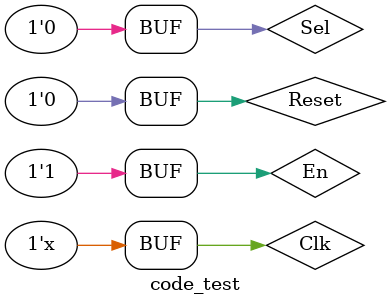
<source format=v>
`timescale 1ns / 1ps


module code_test;

	// Inputs
	reg Clk;
	reg Reset;
	reg Sel;
	reg En;

	// Outputs
	wire [63:0] Output0;
	wire [63:0] Output1;

	// Instantiate the Unit Under Test (UUT)
	code uut (
		.Clk(Clk), 
		.Reset(Reset), 
		.Sel(Sel), 
		.En(En), 
		.Output0(Output0), 
		.Output1(Output1)
	);

	initial begin
		// Initialize Inputs
		Clk = 0;
		Reset = 0;
		Sel = 0;
		En = 0;
		
		// Wait 100 ns for global reset to finish
		#100;
      En=1;
		Sel=0;
		// Add stimulus here
		#400;
	end
      always #50 Clk=~Clk;
endmodule


</source>
